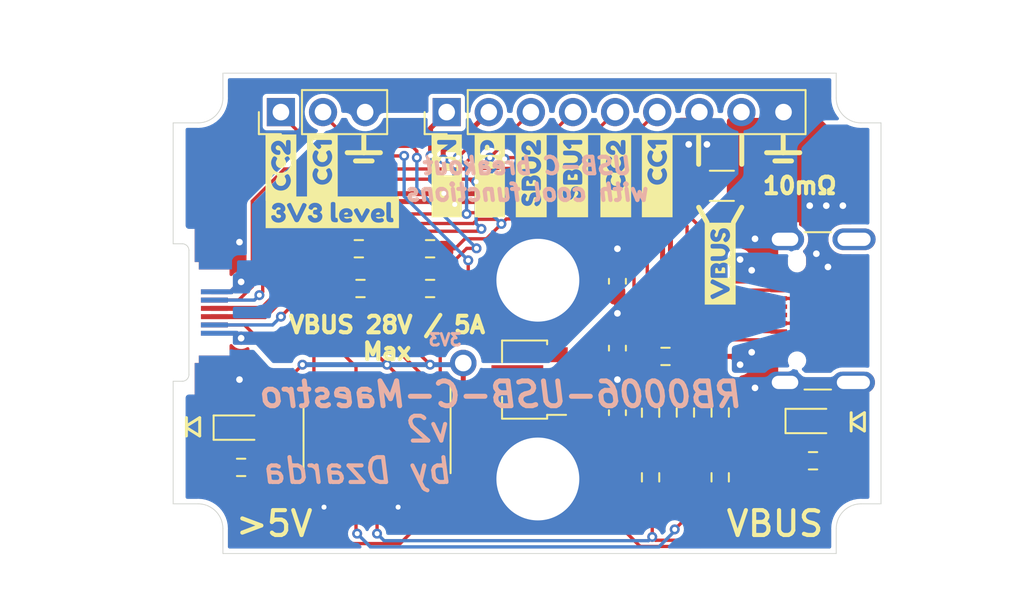
<source format=kicad_pcb>
(kicad_pcb (version 20211014) (generator pcbnew)
  (layers (0 "F.Cu" signal) (31 "B.Cu" signal) (34 "B.Paste" user) (35 "F.Paste" user) (36 "B.SilkS" user "B.Silkscreen") (37 "F.SilkS" user "F.Silkscreen") (38 "B.Mask" user) (39 "F.Mask" user) (44 "Edge.Cuts" user))
  (net 0 "")
  (net 1 "GND")
  (net 2 "VBUS")
  (net 3 "+3V3")
  (net 4 "Net-(D1-Pad2)")
  (net 5 "/VBUS1")
  (net 6 "/VBUS2")
  (net 7 "/CC1")
  (net 8 "/CC2")
  (net 9 "Net-(J2-Pad1)")
  (net 10 "/SBU2")
  (net 11 "/SBU1")
  (net 12 "/CC2_")
  (net 13 "/VREF")
  (net 14 "Net-(R7-Pad1)")
  (net 15 "/D-")
  (net 16 "/D+")
  (net 17 "/HV_")
  (net 18 "/HV")
  (net 19 "Net-(R8-Pad1)")
  (net 20 "Net-(J2-Pad2)")
  (net 21 "/CC1_")
  (footprint "proj_footprints:HIROSE_CX60-24S-UNIT" (layer "F.Cu") (at 28.3 31.2 -90)
    (fp_text reference "P1" hide)
    (fp_text value "USB_C_Plug")
  )
  (footprint "Connector_PinHeader_2.54mm:PinHeader_1x03_P2.54mm_Vertical" (layer "F.Cu") (at 32.5 19.1 90)
    (fp_text reference "J2" hide)
    (fp_text value "Conn_01x03_Male")
  )
  (footprint "Capacitor_SMD:C_0603_1608Metric_Pad1.08x0.95mm_HandSolder" (layer "F.Cu") (at 52.8 37.25 -90)
    (fp_text reference "C3" hide)
    (fp_text value "100n")
  )
  (footprint "Connector_PinHeader_2.54mm:PinHeader_1x09_P2.54mm_Vertical" (layer "F.Cu") (at 42.5 19.1 90)
    (fp_text reference "J3" hide)
    (fp_text value "Conn_01x09_Male")
  )
  (footprint "LED_SMD:LED_0603_1608Metric_Pad1.05x0.95mm_HandSolder" (layer "F.Cu") (at 30.1 38.15)
    (fp_text reference "D2" hide)
    (fp_text value "LED")
  )
  (footprint "Resistor_SMD:R_0603_1608Metric_Pad0.98x0.95mm_HandSolder" (layer "F.Cu") (at 30.1 40.55)
    (fp_text reference "R12" hide)
    (fp_text value "2k")
  )
  (footprint "Resistor_SMD:R_0603_1608Metric_Pad0.98x0.95mm_HandSolder" (layer "F.Cu") (at 64.6 40.15)
    (fp_text reference "R1" hide)
    (fp_text value "2k")
  )
  (footprint "Resistor_SMD:R_0603_1608Metric_Pad0.98x0.95mm_HandSolder" (layer "F.Cu") (at 41.5 27.35 180)
    (fp_text reference "R5" hide)
    (fp_text value "2k")
  )
  (footprint "Resistor_SMD:R_0603_1608Metric_Pad0.98x0.95mm_HandSolder" (layer "F.Cu") (at 37.2 27.35 180)
    (fp_text reference "R6" hide)
    (fp_text value "2k")
  )
  (footprint "LED_SMD:LED_0603_1608Metric_Pad1.05x0.95mm_HandSolder" (layer "F.Cu") (at 64.6 37.75)
    (fp_text reference "D1" hide)
    (fp_text value "LED")
  )
  (footprint "Package_TO_SOT_SMD:SOT-89-3" (layer "F.Cu") (at 47.5 35.25 180)
    (fp_text reference "U1" hide)
    (fp_text value "MCP1804x-3302xMB")
  )
  (footprint "Capacitor_SMD:C_0603_1608Metric_Pad1.08x0.95mm_HandSolder" (layer "F.Cu") (at 52.8 33.35 90)
    (fp_text reference "C1" hide)
    (fp_text value "100n")
  )
  (footprint "Resistor_SMD:R_0603_1608Metric_Pad0.98x0.95mm_HandSolder" (layer "F.Cu") (at 37.3 29.75 180)
    (fp_text reference "R10" hide)
    (fp_text value "2k")
  )
  (footprint "Resistor_SMD:R_0603_1608Metric_Pad0.98x0.95mm_HandSolder" (layer "F.Cu") (at 41.5 29.75 180)
    (fp_text reference "R11" hide)
    (fp_text value "2k")
  )
  (footprint "Capacitor_SMD:C_0603_1608Metric_Pad1.08x0.95mm_HandSolder" (layer "F.Cu") (at 52.8 29.3125 -90)
    (fp_text reference "C2" hide)
    (fp_text value "100n")
  )
  (footprint "Resistor_SMD:R_0603_1608Metric_Pad0.98x0.95mm_HandSolder" (layer "F.Cu") (at 59 41.15 -90)
    (fp_text reference "R4" hide)
    (fp_text value "2k")
  )
  (footprint "Resistor_SMD:R_0603_1608Metric_Pad0.98x0.95mm_HandSolder" (layer "F.Cu") (at 54.8 41.15 90)
    (fp_text reference "R3" hide)
    (fp_text value "20k")
  )
  (footprint "Resistor_SMD:R_0603_1608Metric_Pad0.98x0.95mm_HandSolder" (layer "F.Cu") (at 59 37.2375 90)
    (fp_text reference "R9" hide)
    (fp_text value "2k")
  )
  (footprint "Resistor_SMD:R_0603_1608Metric_Pad0.98x0.95mm_HandSolder" (layer "F.Cu") (at 54.8 37.25 90)
    (fp_text reference "R7" hide)
    (fp_text value "20k")
  )
  (footprint "Resistor_SMD:R_0603_1608Metric_Pad0.98x0.95mm_HandSolder" (layer "F.Cu") (at 56.9 37.2375 -90)
    (fp_text reference "R8" hide)
    (fp_text value "2k")
  )
  (footprint "proj_footprints:USB_C_Receptable_JAE_DX07S016JA1" (layer "F.Cu") (at 63.635 31.1 90)
    (fp_text reference "J1" hide)
    (fp_text value "USB_C_Receptacle")
  )
  (footprint "Package_SO:SOIC-14_3.9x8.7mm_P1.27mm" (layer "F.Cu") (at 38.3 38.95 -90)
    (fp_text reference "U2" hide)
    (fp_text value "LM339")
  )
  (footprint "Resistor_SMD:R_0603_1608Metric_Pad0.98x0.95mm_HandSolder" (layer "F.Cu") (at 55.7 33.85)
    (fp_text reference "FB1" hide)
    (fp_text value "FerriteBead_Small")
  )
  (footprint "kibuzzard-64C4FA01" (layer "F.Cu") (at 45.1 22.95 90)
    (fp_text reference "kibuzzard-64C4FA01" hide)
    (fp_text value "G***" hide)
  )
  (footprint "banana:banana" (layer "F.Cu") (at 48 41.25)
    (fp_text reference "J5" hide)
    (fp_text value "Conn_01x01_Female")
  )
  (footprint "kibuzzard-6327537E" (layer "F.Cu") (at 32.5 22.45 90)
    (fp_text reference "kibuzzard-6327537E" hide)
    (fp_text value "G***" hide)
  )
  (footprint "kikit:Tab" (layer "F.Cu") (at 23.5 23.25)
    (fp_text reference "T2" hide)
    (fp_text value "Tab")
  )
  (footprint "kibuzzard-63275010" (layer "F.Cu") (at 35.6 25.15)
    (fp_text reference "kibuzzard-63275010" hide)
    (fp_text value "G***" hide)
  )
  (footprint "kikit:Tab" (layer "F.Cu") (at 71 39.25 180)
    (fp_text reference "T4" hide)
    (fp_text value "Tab")
  )
  (footprint "kibuzzard-64C4FA2B" (layer "F.Cu") (at 55.2 22.95 90)
    (fp_text reference "kibuzzard-64C4FA2B" hide)
    (fp_text value "G***" hide)
  )
  (footprint "kikit:Tab" (layer "F.Cu") (at 23.5 39.25)
    (fp_text reference "T1" hide)
    (fp_text value "Tab")
  )
  (footprint "kibuzzard-63275773" (layer "F.Cu") (at 59 28.25 90)
    (fp_text reference "kibuzzard-63275773" hide)
    (fp_text value "G***" hide)
  )
  (footprint "kibuzzard-63275379" (layer "F.Cu") (at 35 22.45 90)
    (fp_text reference "kibuzzard-63275379" hide)
    (fp_text value "G***" hide)
  )
  (footprint "kikit:Tab" (layer "F.Cu") (at 71 23.25 180)
    (fp_text reference "T3" hide)
    (fp_text value "Tab")
  )
  (footprint "kibuzzard-64C4F9F7" (layer "F.Cu") (at 42.5 22.95 90)
    (fp_text reference "kibuzzard-64C4F9F7" hide)
    (fp_text value "G***" hide)
  )
  (footprint "kibuzzard-64C4FA09" (layer "F.Cu") (at 47.6 22.95 90)
    (fp_text reference "kibuzzard-64C4FA09" hide)
    (fp_text value "G***" hide)
  )
  (footprint "Resistor_SMD:R_1206_3216Metric_Pad1.30x1.75mm_HandSolder" (layer "F.Cu") (at 59.1 23.55)
    (fp_text reference "R2" hide)
    (fp_text value "10m")
  )
  (footprint "banana:banana" (layer "F.Cu") (at 48 29.25)
    (fp_text reference "J4" hide)
    (fp_text value "Conn_01x01_Female")
  )
  (footprint "kibuzzard-64C4FA25" (layer "F.Cu") (at 52.7 22.95 90)
    (fp_text reference "kibuzzard-64C4FA25" hide)
    (fp_text value "G***" hide)
  )
  (footprint "kibuzzard-64C4FA1B" (layer "F.Cu") (at 50.1 22.95 90)
    (fp_text reference "kibuzzard-64C4FA1B" hide)
    (fp_text value "G***" hide)
  )
  (gr_line (start 38 22.05) (end 37 22.05) (layer "F.SilkS") (width 0.3))
  (gr_line (start 27.6 38.65) (end 26.8 38.15) (layer "F.SilkS") (width 0.18))
  (gr_line (start 66.9 37.25) (end 66.9 38.35) (layer "F.SilkS") (width 0.18))
  (gr_line (start 67.7 38.35) (end 66.9 37.85) (layer "F.SilkS") (width 0.18))
  (gr_line (start 66.9 37.75) (end 67.7 37.25) (layer "F.SilkS") (width 0.18))
  (gr_line (start 67.7 37.25) (end 67.7 38.35) (layer "F.SilkS") (width 0.18))
  (gr_line (start 62.8 21.55) (end 63.8 21.55) (layer "F.SilkS") (width 0.3))
  (gr_line (start 63.3 22.05) (end 62.3 22.05) (layer "F.SilkS") (width 0.3))
  (gr_line (start 62.8 20.55) (end 62.8 21.55) (layer "F.SilkS") (width 0.3))
  (gr_line (start 62.8 21.55) (end 61.8 21.55) (layer "F.SilkS") (width 0.3))
  (gr_line (start 60.3 22.25) (end 60.3 20.55) (layer "F.SilkS") (width 0.3))
  (gr_line (start 58.2 25.75) (end 57.7 24.85) (layer "F.SilkS") (width 0.3))
  (gr_line (start 59.8 25.75) (end 60.3 24.85) (layer "F.SilkS") (width 0.3))
  (gr_line (start 37.5 21.55) (end 36.5 21.55) (layer "F.SilkS") (width 0.3))
  (gr_line (start 37.5 20.55) (end 37.5 21.55) (layer "F.SilkS") (width 0.3))
  (gr_line (start 27.6 37.55) (end 27.6 38.65) (layer "F.SilkS") (width 0.18))
  (gr_line (start 26.8 38.05) (end 27.6 37.55) (layer "F.SilkS") (width 0.18))
  (gr_line (start 26.8 37.55) (end 26.8 38.65) (layer "F.SilkS") (width 0.18))
  (gr_line (start 37.5 21.55) (end 38.5 21.55) (layer "F.SilkS") (width 0.3))
  (gr_line (start 57.7 22.25) (end 57.7 20.55) (layer "F.SilkS") (width 0.3))
  (gr_line (start 29 16.75) (end 66 16.75) (layer "Edge.Cuts") (width 0.05))
  (gr_line (start 26.55 35.35) (end 26 35.35) (layer "Edge.Cuts") (width 0.05))
  (gr_line (start 26 35.35) (end 26 42.75) (layer "Edge.Cuts") (width 0.05))
  (gr_arc (start 26.95 34.95) (mid 26.832843 35.232843) (end 26.55 35.35) (layer "Edge.Cuts") (width 0.05))
  (gr_line (start 26 27.05) (end 26.55 27.05) (layer "Edge.Cuts") (width 0.05))
  (gr_line (start 67.5 19.75) (end 68.7 19.75) (layer "Edge.Cuts") (width 0.05))
  (gr_arc (start 26.55 27.05) (mid 26.832843 27.167157) (end 26.95 27.45) (layer "Edge.Cuts") (width 0.05))
  (gr_line (start 27.5 42.75) (end 26 42.75) (layer "Edge.Cuts") (width 0.05))
  (gr_line (start 66 44.25) (end 66 45.75) (layer "Edge.Cuts") (width 0.05))
  (gr_line (start 66 18.25) (end 66 16.75) (layer "Edge.Cuts") (width 0.05))
  (gr_line (start 68.7 19.75) (end 68.7 42.75) (layer "Edge.Cuts") (width 0.05))
  (gr_arc (start 27.5 42.75) (mid 28.56066 43.18934) (end 29 44.25) (layer "Edge.Cuts") (width 0.05))
  (gr_arc (start 67.5 19.75) (mid 66.43934 19.31066) (end 66 18.25) (layer "Edge.Cuts") (width 0.05))
  (gr_arc (start 66 44.25) (mid 66.43934 43.18934) (end 67.5 42.75) (layer "Edge.Cuts") (width 0.05))
  (gr_line (start 26 19.75) (end 26 27.05) (layer "Edge.Cuts") (width 0.05))
  (gr_line (start 29 18.25) (end 29 16.75) (layer "Edge.Cuts") (width 0.05))
  (gr_line (start 26.95 27.45) (end 26.95 34.95) (layer "Edge.Cuts") (width 0.05))
  (gr_line (start 67.5 42.75) (end 68.7 42.75) (layer "Edge.Cuts") (width 0.05))
  (gr_line (start 29 44.25) (end 29 45.75) (layer "Edge.Cuts") (width 0.05))
  (gr_arc (start 29 18.25) (mid 28.56066 19.31066) (end 27.5 19.75) (layer "Edge.Cuts") (width 0.05))
  (gr_line (start 27.5 19.75) (end 26 19.75) (layer "Edge.Cuts") (width 0.05))
  (gr_line (start 66 45.75) (end 29 45.75) (layer "Edge.Cuts") (width 0.05))
  (gr_text "RB0006-USB-C-Maestro" (at 45.8 36.15) (layer "B.SilkS") (effects (font (size 1.5 1.5) (thickness 0.3) italic) (justify mirror)))
  (gr_text "v2" (at 42.9 38.25) (layer "B.SilkS") (effects (font (size 1.5 1.5) (thickness 0.25) italic) (justify left mirror)))
  (gr_text "by Dzarda" (at 43 40.75) (layer "B.SilkS") (effects (font (size 1.5 1.5) (thickness 0.25) italic) (justify left mirror)))
  (gr_text "3V3" (at 42.4 32.85) (layer "B.SilkS") (effects (font (size 0.7 0.7) (thickness 0.175)) (justify mirror)))
  (gr_text "USB-C breakout\nwith cool functions" (at 47.4 23.15) (layer "B.SilkS") (effects (font (size 1 1) (thickness 0.25) italic) (justify mirror)))
  (gr_text "VBUS" (at 62.3 43.95) (layer "F.SilkS") (effects (font (size 1.5 1.5) (thickness 0.25))))
  (gr_text ">5V" (at 32.1 43.95) (layer "F.SilkS") (effects (font (size 1.5 1.5) (thickness 0.25))))
  (gr_text "VBUS 28V / 5A\nMax" (at 38.9 32.75) (layer "F.SilkS") (effects (font (size 1 1) (thickness 0.25))))
  (gr_text "10mΩ" (at 63.8 23.55) (layer "F.SilkS") (effects (font (size 1 1) (thickness 0.25))))
  (segment (start 39.57 40.18) (end 39.57 41.425) (width 0.2) (layer "F.Cu") (net 1))
  (segment (start 61.1 36.25) (end 61.1 35.75) (width 0.2) (layer "F.Cu") (net 1))
  (segment (start 52.8 34.2125) (end 52.8 35.25) (width 0.3) (layer "F.Cu") (net 1))
  (segment (start 35.76 41.425) (end 35.76 42.59) (width 0.175) (layer "F.Cu") (net 1))
  (segment (start 63.5 37.75) (end 62.4 37.75) (width 0.2) (layer "F.Cu") (net 1))
  (segment (start 35.4 42.95) (end 35.1 42.95) (width 0.175) (layer "F.Cu") (net 1))
  (segment (start 39.57 41.425) (end 39.57 42.95) (width 0.3) (layer "F.Cu") (net 1))
  (segment (start 62.4 37.75) (end 61.1 36.45) (width 0.2) (layer "F.Cu") (net 1))
  (segment (start 42.11 40.16) (end 41.77501 39.82501) (width 0.2) (layer "F.Cu") (net 1))
  (segment (start 59.4 38.15) (end 61.1 36.45) (width 0.2) (layer "F.Cu") (net 1))
  (segment (start 52.8 36.3875) (end 52.8 35.25) (width 0.3) (layer "F.Cu") (net 1))
  (segment (start 52.8 30.175) (end 52.8 31.25) (width 0.4) (layer "F.Cu") (net 1))
  (segment (start 34.49 42.54) (end 34.9 42.95) (width 0.175) (layer "F.Cu") (net 1))
  (segment (start 34.9 42.95) (end 35.1 42.95) (width 0.175) (layer "F.Cu") (net 1))
  (segment (start 34.49 41.425) (end 34.49 42.54) (width 0.175) (layer "F.Cu") (net 1))
  (segment (start 42.11 41.425) (end 42.11 40.16) (width 0.2) (layer "F.Cu") (net 1))
  (segment (start 59 38.15) (end 59 40.2375) (width 0.2) (layer "F.Cu") (net 1))
  (segment (start 49.0625 35.25) (end 52.8 35.25) (width 0.3) (layer "F.Cu") (net 1))
  (segment (start 39.92499 39.82501) (end 39.57 40.18) (width 0.2) (layer "F.Cu") (net 1))
  (segment (start 59 38.15) (end 59.4 38.15) (width 0.2) (layer "F.Cu") (net 1))
  (segment (start 61.1 36.45) (end 61.1 36.25) (width 0.2) (layer "F.Cu") (net 1))
  (segment (start 41.77501 39.82501) (end 39.92499 39.82501) (width 0.2) (layer "F.Cu") (net 1))
  (segment (start 35.76 42.59) (end 35.4 42.95) (width 0.175) (layer "F.Cu") (net 1))
  (via (at 61.1 26.75) (size 0.8) (drill 0.4) (layers "F.Cu" "B.Cu") (net 1))
  (via (at 52.8 31.25) (size 0.8) (drill 0.4) (layers "F.Cu" "B.Cu") (net 1))
  (via (at 35.1 42.95) (size 0.6) (drill 0.3) (layers "F.Cu" "B.Cu") (net 1))
  (via (at 30 35.25) (size 0.8) (drill 0.4) (layers "F.Cu" "B.Cu") (net 1))
  (via (at 61.1 35.75) (size 0.8) (drill 0.4) (layers "F.Cu" "B.Cu") (net 1))
  (via (at 39.57 42.95) (size 0.6) (drill 0.3) (layers "F.Cu" "B.Cu") (net 1))
  (via (at 52.8 35.25) (size 0.8) (drill 0.4) (layers "F.Cu" "B.Cu") (net 1))
  (via (at 30 26.95) (size 0.8) (drill 0.4) (layers "F.Cu" "B.Cu") (net 1))
  (segment (start 28.5 28.446982) (end 29.350958 28.446982) (width 0.2) (layer "B.Cu") (net 1))
  (segment (start 54.7875 33.2375) (end 54.0375 32.4875) (width 0.3) (layer "F.Cu") (net 2))
  (segment (start 51.9625 32.4875) (end 52.8 32.4875) (width 0.3) (layer "F.Cu") (net 2))
  (segment (start 49.15 33.75) (end 50.7 33.75) (width 0.3) (layer "F.Cu") (net 2))
  (segment (start 50.7 33.75) (end 51.9625 32.4875) (width 0.3) (layer "F.Cu") (net 2))
  (segment (start 54.8 33.8625) (end 54.7875 33.85) (width 0.2) (layer "F.Cu") (net 2))
  (segment (start 54.8 36.3375) (end 54.8 33.8625) (width 0.2) (layer "F.Cu") (net 2))
  (segment (start 54.0375 32.4875) (end 52.8 32.4875) (width 0.3) (layer "F.Cu") (net 2))
  (segment (start 54.7875 33.85) (end 54.7875 33.2375) (width 0.3) (layer "F.Cu") (net 2))
  (segment (start 36.3875 29.75) (end 36.3875 31.8375) (width 0.2) (layer "F.Cu") (net 3))
  (segment (start 39.57 36.475) (end 39.57 35.02) (width 0.2) (layer "F.Cu") (net 3))
  (segment (start 44.8 36.75) (end 43.5 35.45) (width 0.3) (layer "F.Cu") (net 3))
  (segment (start 54.1745 45.3245) (end 57.8255 45.3245) (width 0.2) (layer "F.Cu") (net 3))
  (segment (start 36.3875 31.8375) (end 38.9 34.35) (width 0.2) (layer "F.Cu") (net 3))
  (segment (start 57.8255 45.3245) (end 63 40.15) (width 0.2) (layer "F.Cu") (net 3))
  (segment (start 52.8 43.95) (end 54.1745 45.3245) (width 0.2) (layer "F.Cu") (net 3))
  (segment (start 50.7 36.75) (end 52.0625 38.1125) (width 0.3) (layer "F.Cu") (net 3))
  (segment (start 30.975 37.175) (end 33.8 34.35) (width 0.2) (layer "F.Cu") (net 3))
  (segment (start 30.975 38.15) (end 30.975 37.175) (width 0.2) (layer "F.Cu") (net 3))
  (segment (start 49.15 36.75) (end 50.7 36.75) (width 0.3) (layer "F.Cu") (net 3))
  (segment (start 52.8 39.25) (end 52.8 38.1125) (width 0.2) (layer "F.Cu") (net 3))
  (segment (start 39.57 35.02) (end 38.9 34.35) (width 0.2) (layer "F.Cu") (net 3))
  (segment (start 52.0625 38.1125) (end 52.8 38.1125) (width 0.3) (layer "F.Cu") (net 3))
  (segment (start 54.8 40.2375) (end 53.7875 40.2375) (width 0.2) (layer "F.Cu") (net 3))
  (segment (start 49.15 36.75) (end 44.8 36.75) (width 0.3) (layer "F.Cu") (net 3))
  (segment (start 53.7875 40.2375) (end 52.8 39.25) (width 0.2) (layer "F.Cu") (net 3))
  (segment (start 40.5875 33.4375) (end 41.5 34.35) (width 0.2) (layer "F.Cu") (net 3))
  (segment (start 43.5 35.45) (end 43.5 34.25) (width 0.3) (layer "F.Cu") (net 3))
  (segment (start 52.8 38.1125) (end 52.8 43.95) (width 0.2) (layer "F.Cu") (net 3))
  (segment (start 63 40.15) (end 63.6875 40.15) (width 0.2) (layer "F.Cu") (net 3))
  (segment (start 40.5875 29.75) (end 40.5875 33.4375) (width 0.2) (layer "F.Cu") (net 3))
  (via (at 41.5 34.35) (size 0.6) (drill 0.3) (layers "F.Cu" "B.Cu") (net 3))
  (via (at 33.8 34.35) (size 0.6) (drill 0.3) (layers "F.Cu" "B.Cu") (net 3))
  (via (at 43.5 34.25) (size 1.6) (drill 1) (layers "F.Cu" "B.Cu") (net 3))
  (via (at 38.9 34.35) (size 0.6) (drill 0.3) (layers "F.Cu" "B.Cu") (net 3))
  (segment (start 41.5 34.35) (end 43.4 34.35) (width 0.3) (layer "B.Cu") (net 3))
  (segment (start 38.9 34.35) (end 41.5 34.35) (width 0.3) (layer "B.Cu") (net 3))
  (segment (start 43.4 34.35) (end 43.5 34.25) (width 0.3) (layer "B.Cu") (net 3))
  (segment (start 33.8 34.35) (end 38.9 34.35) (width 0.3) (layer "B.Cu") (net 3))
  (segment (start 65.5125 37.7875) (end 65.475 37.75) (width 0.2) (layer "F.Cu") (net 4))
  (segment (start 65.5125 40.15) (end 65.5125 37.7875) (width 0.2) (layer "F.Cu") (net 4))
  (segment (start 59.7 33.85) (end 60.2 34.35) (width 0.3) (layer "F.Cu") (net 5))
  (segment (start 56.6125 33.85) (end 59.7 33.85) (width 0.3) (layer "F.Cu") (net 5))
  (segment (start 60.9 28.65) (end 60.85 28.65) (width 0.8) (layer "F.Cu") (net 5))
  (segment (start 60.85 28.65) (end 60.2 28) (width 0.8) (layer "F.Cu") (net 5))
  (segment (start 60.2 34.3) (end 60.2 34.35) (width 0.8) (layer "F.Cu") (net 5))
  (segment (start 63.470051 29.05) (end 64.3 29.05) (width 0.3) (layer "F.Cu") (net 5))
  (segment (start 61 28.75) (end 60.9 28.65) (width 0.5) (layer "F.Cu") (net 5))
  (segment (start 62.535 28.75) (end 61 28.75) (width 0.5) (layer "F.Cu") (net 5))
  (segment (start 62.535 33.45) (end 61.1 33.45) (width 0.5) (layer "F.Cu") (net 5))
  (segment (start 63.2 33.45) (end 63.6 33.05) (width 0.3) (layer "F.Cu") (net 5))
  (segment (start 63.6 33.05) (end 64.3 33.05) (width 0.3) (layer "F.Cu") (net 5))
  (segment (start 63.170051 28.75) (end 63.470051 29.05) (width 0.3) (layer "F.Cu") (net 5))
  (segment (start 62.535 28.75) (end 63.170051 28.75) (width 0.3) (layer "F.Cu") (net 5))
  (segment (start 62.535 33.45) (end 63.2 33.45) (width 0.3) (layer "F.Cu") (net 5))
  (segment (start 61.1 33.45) (end 60.2 34.35) (width 0.5) (layer "F.Cu") (net 5))
  (segment (start 60.9 33.6) (end 60.2 34.3) (width 0.8) (layer "F.Cu") (net 5))
  (via (at 65.5 28.45) (size 0.8) (drill 0.4) (layers "F.Cu" "B.Cu") (net 5))
  (via (at 66.4 24.75) (size 0.8) (drill 0.4) (layers "F.Cu" "B.Cu") (net 5))
  (via (at 65.4 24.75) (size 0.8) (drill 0.4) (layers "F.Cu" "B.Cu") (net 5))
  (via (at 64.4 24.75) (size 0.8) (drill 0.4) (layers "F.Cu" "B.Cu") (net 5))
  (via (at 60.2 34.35) (size 0.8) (drill 0.4) (layers "F.Cu" "B.Cu") (net 5))
  (via (at 64.8 27.65) (size 0.8) (drill 0.4) (layers "F.Cu" "B.Cu") (net 5))
  (via (at 60.9 33.6) (size 0.8) (drill 0.4) (layers "F.Cu" "B.Cu") (net 5))
  (via (at 60.9 28.65) (size 0.8) (drill 0.4) (layers "F.Cu" "B.Cu") (net 5))
  (via (at 60.2 28) (size 0.8) (drill 0.4) (layers "F.Cu" "B.Cu") (net 5))
  (segment (start 29.5 29.95) (end 30.1 29.35) (width 0.3) (layer "F.Cu") (net 6))
  (segment (start 28.3 29.95) (end 29.5 29.95) (width 0.3) (layer "F.Cu") (net 6))
  (segment (start 52.8 28.45) (end 52.8 27.35) (width 0.4) (layer "F.Cu") (net 6))
  (segment (start 28.3 32.45) (end 29.8 32.45) (width 0.3) (layer "F.Cu") (net 6))
  (segment (start 29.8 32.45) (end 30.1 32.75) (width 0.3) (layer "F.Cu") (net 6))
  (via (at 57.1 21.05) (size 0.8) (drill 0.4) (layers "F.Cu" "B.Cu") (net 6))
  (via (at 58.2 21.05) (size 0.8) (drill 0.4) (layers "F.Cu" "B.Cu") (net 6))
  (via (at 30.1 29.35) (size 0.8) (drill 0.4) (layers "F.Cu" "B.Cu") (net 6))
  (via (at 30.1 32.75) (size 0.8) (drill 0.4) (layers "F.Cu" "B.Cu") (net 6))
  (via (at 52.8 27.35) (size 0.8) (drill 0.4) (layers "F.Cu" "B.Cu") (net 6))
  (segment (start 29.8 32.45) (end 30.1 32.75) (width 0.3) (layer "B.Cu") (net 6))
  (segment (start 28.3 29.95) (end 29.5 29.95) (width 0.3) (layer "B.Cu") (net 6))
  (segment (start 28.3 32.45) (end 29.8 32.45) (width 0.3) (layer "B.Cu") (net 6))
  (segment (start 29.5 29.95) (end 30.1 29.35) (width 0.3) (layer "B.Cu") (net 6))
  (segment (start 43.6 26.75) (end 44.9 26.75) (width 0.2) (layer "F.Cu") (net 7))
  (segment (start 52.299976 25.55) (end 53.8 27.050024) (width 0.2) (layer "F.Cu") (net 7))
  (segment (start 43 27.35) (end 43.6 26.75) (width 0.2) (layer "F.Cu") (net 7))
  (segment (start 28.3 31.95) (end 30.3 31.95) (width 0.2) (layer "F.Cu") (net 7))
  (segment (start 30.3 31.95) (end 30.9 32.55) (width 0.2) (layer "F.Cu") (net 7))
  (segment (start 53.8 30.45) (end 56.2 32.85) (width 0.2) (layer "F.Cu") (net 7))
  (segment (start 45.524858 25.574858) (end 45.8 25.85) (width 0.2) (layer "F.Cu") (net 7))
  (segment (start 55.18 19.1) (end 55.2 19.1) (width 0.2) (layer "F.Cu") (net 7))
  (segment (start 44.357061 25.574858) (end 45.524858 25.574858) (width 0.2) (layer "F.Cu") (net 7))
  (segment (start 53.8 27.050024) (end 53.8 30.45) (width 0.2) (layer "F.Cu") (net 7))
  (segment (start 30.9 32.55) (end 32.6 32.55) (width 0.2) (layer "F.Cu") (net 7))
  (segment (start 56.2 32.85) (end 62.535 32.85) (width 0.2) (layer "F.Cu") (net 7))
  (segment (start 32.6 32.55) (end 33.9 31.25) (width 0.2) (layer "F.Cu") (net 7))
  (segment (start 34.774999 25.825001) (end 44.106918 25.825001) (width 0.2) (layer "F.Cu") (net 7))
  (segment (start 46.0755 21.85) (end 52.43 21.85) (width 0.2) (layer "F.Cu") (net 7))
  (segment (start 44.9 26.75) (end 46.1 25.55) (width 0.2) (layer "F.Cu") (net 7))
  (segment (start 46 21.9255) (end 46.0755 21.85) (width 0.2) (layer "F.Cu") (net 7))
  (segment (start 44.106918 25.825001) (end 44.357061 25.574858) (width 0.2) (layer "F.Cu") (net 7))
  (segment (start 33.9 26.7) (end 34.774999 25.825001) (width 0.2) (layer "F.Cu") (net 7))
  (segment (start 46.1 25.55) (end 52.299976 25.55) (width 0.2) (layer "F.Cu") (net 7))
  (segment (start 33.9 31.25) (end 33.9 26.7) (width 0.2) (layer "F.Cu") (net 7))
  (segment (start 52.43 21.85) (end 55.18 19.1) (width 0.2) (layer "F.Cu") (net 7))
  (segment (start 42.4125 27.35) (end 43 27.35) (width 0.2) (layer "F.Cu") (net 7))
  (via (at 45.8 25.85) (size 0.6) (drill 0.3) (layers "F.Cu" "B.Cu") (net 7))
  (via (at 46 21.9255) (size 0.6) (drill 0.3) (layers "F.Cu" "B.Cu") (net 7))
  (segment (start 46 21.9255) (end 44.9 23.0255) (width 0.2) (layer "B.Cu") (net 7))
  (segment (start 44.9 24.95) (end 45.8 25.85) (width 0.2) (layer "B.Cu") (net 7))
  (segment (start 44.9 23.0255) (end 44.9 24.95) (width 0.2) (layer "B.Cu") (net 7))
  (segment (start 47.1 23.15) (end 54.15 23.15) (width 0.2) (layer "F.Cu") (net 8))
  (segment (start 57 29.1) (end 57.75 29.85) (width 0.2) (layer "F.Cu") (net 8))
  (segment (start 44.05 23.3) (end 44.27499 23.3) (width 0.2) (layer "F.Cu") (net 8))
  (segment (start 43.9 23.15) (end 44.05 23.3) (width 0.2) (layer "F.Cu") (net 8))
  (segment (start 44.450979 26.293406) (end 44.595027 26.149358) (width 0.2) (layer "F.Cu") (net 8))
  (segment (start 57 26) (end 57 29.1) (width 0.2) (layer "F.Cu") (net 8))
  (segment (start 45.7 21.25) (end 45.1 21.85) (width 0.2) (layer "F.Cu") (net 8))
  (segment (start 39.856594 26.293406) (end 44.450979 26.293406) (width 0.2) (layer "F.Cu") (net 8))
  (segment (start 59.1 29.85) (end 58.95 29.85) (width 0.2) (layer "F.Cu") (net 8))
  (segment (start 54.15 23.15) (end 57 26) (width 0.2) (layer "F.Cu") (net 8))
  (segment (start 47.1 23.15) (end 33.1 23.15) (width 0.2) (layer "F.Cu") (net 8))
  (segment (start 52.66 19.1) (end 50.51 21.25) (width 0.2) (layer "F.Cu") (net 8))
  (segment (start 31.4 29.95) (end 31.2 30.15) (width 0.2) (layer "F.Cu") (net 8))
  (segment (start 50.51 21.25) (end 45.7 21.25) (width 0.2) (layer "F.Cu") (net 8))
  (segment (start 38.8 27.35) (end 39.856594 26.293406) (width 0.2) (layer "F.Cu") (net 8))
  (segment (start 38.1125 27.35) (end 38.8 27.35) (width 0.2) (layer "F.Cu") (net 8))
  (segment (start 57.75 29.85) (end 59.1 29.85) (width 0.2) (layer "F.Cu") (net 8))
  (segment (start 62.535 29.85) (end 59.1 29.85) (width 0.2) (layer "F.Cu") (net 8))
  (segment (start 33.1 23.15) (end 31.4 24.85) (width 0.2) (layer "F.Cu") (net 8))
  (segment (start 31.4 24.85) (end 31.4 29.95) (width 0.2) (layer "F.Cu") (net 8))
  (via (at 31.2 30.15) (size 0.6) (drill 0.3) (layers "F.Cu" "B.Cu") (net 8))
  (via (at 44.27499 23.3) (size 0.6) (drill 0.3) (layers "F.Cu" "B.Cu") (net 8))
  (via (at 45.1 21.85) (size 0.6) (drill 0.3) (layers "F.Cu" "B.Cu") (net 8))
  (via (at 44.595027 26.149358) (size 0.6) (drill 0.3) (layers "F.Cu" "B.Cu") (net 8))
  (segment (start 28.3 30.45) (end 30.9 30.45) (width 0.2) (layer "B.Cu") (net 8))
  (segment (start 30.9 30.45) (end 31.2 30.15) (width 0.2) (layer "B.Cu") (net 8))
  (segment (start 44.27499 23.3) (end 44.27499 25.829321) (width 0.2) (layer "B.Cu") (net 8))
  (segment (start 44.27499 23.3) (end 44.275001 23.300011) (width 0.2) (layer "B.Cu") (net 8))
  (segment (start 44.27499 22.67501) (end 45.1 21.85) (width 0.2) (layer "B.Cu") (net 8))
  (segment (start 44.27499 25.829321) (end 44.595027 26.149358) (width 0.2) (layer "B.Cu") (net 8))
  (segment (start 44.27499 23.3) (end 44.27499 22.67501) (width 0.2) (layer "B.Cu") (net 8))
  (segment (start 43.2 29.75) (end 43.8 29.15) (width 0.2) (layer "F.Cu") (net 9))
  (segment (start 32.42 19.15) (end 35.01706 21.74706) (width 0.2) (layer "F.Cu") (net 9))
  (segment (start 35.01706 21.74706) (end 39.924388 21.74706) (width 0.2) (layer "F.Cu") (net 9))
  (segment (start 42.4125 29.75) (end 42.11 30.0525) (width 0.2) (layer "F.Cu") (net 9))
  (segment (start 43.8 29.15) (end 43.8 28.05) (width 0.2) (layer "F.Cu") (net 9))
  (segment (start 42.4125 29.75) (end 43.2 29.75) (width 0.2) (layer "F.Cu") (net 9))
  (segment (start 39.924388 21.74706) (end 39.933671 21.737777) (width 0.2) (layer "F.Cu") (net 9))
  (segment (start 42.11 30.0525) (end 42.11 36.475) (width 0.2) (layer "F.Cu") (net 9))
  (via (at 39.933671 21.737777) (size 0.6) (drill 0.3) (layers "F.Cu" "B.Cu") (net 9))
  (via (at 43.8 28.05) (size 0.6) (drill 0.3) (layers "F.Cu" "B.Cu") (net 9))
  (segment (start 39.933671 21.737777) (end 39.933671 24.183671) (width 0.2) (layer "B.Cu") (net 9))
  (segment (start 39.933671 24.183671) (end 43.8 28.05) (width 0.2) (layer "B.Cu") (net 9))
  (segment (start 44.516012 20.499978) (end 46.180022 20.499978) (width 0.2) (layer "F.Cu") (net 10))
  (segment (start 52.962498 25.174998) (end 43.774982 25.174998) (width 0.2) (layer "F.Cu") (net 10))
  (segment (start 43.69998 25.25) (end 34.5 25.25) (width 0.2) (layer "F.Cu") (net 10))
  (segment (start 46.180022 20.499978) (end 47.58 19.1) (width 0.2) (layer "F.Cu") (net 10))
  (segment (start 43.175474 21.840516) (end 44.516012 20.499978) (width 0.2) (layer "F.Cu") (net 10))
  (segment (start 62.535 32.35) (end 56.6 32.35) (width 0.2) (layer "F.Cu") (net 10))
  (segment (start 56.6 32.35) (end 54.6 30.35) (width 0.2) (layer "F.Cu") (net 10))
  (segment (start 43.69998 25.29998) (end 43.69998 25.25) (width 0.2) (layer "F.Cu") (net 10))
  (segment (start 43.8 25.4) (end 43.69998 25.29998) (width 0.2) (layer "F.Cu") (net 10))
  (segment (start 54.6 30.35) (end 54.6 26.8125) (width 0.2) (layer "F.Cu") (net 10))
  (segment (start 54.6 26.8125) (end 52.962498 25.174998) (width 0.2) (layer "F.Cu") (net 10))
  (segment (start 34.5 25.25) (end 33.33306 26.41694) (width 0.2) (layer "F.Cu") (net 10))
  (segment (start 33.33306 30.61694) (end 32.5 31.45) (width 0.2) (layer "F.Cu") (net 10))
  (segment (start 33.33306 26.41694) (end 33.33306 30.61694) (width 0.2) (layer "F.Cu") (net 10))
  (segment (start 43.774982 25.174998) (end 43.69998 25.25) (width 0.2) (layer "F.Cu") (net 10))
  (via (at 32.5 31.45) (size 0.6) (drill 0.3) (layers "F.Cu" "B.Cu") (net 10))
  (via (at 43.69998 25.25) (size 0.6) (drill 0.3) (layers "F.Cu" "B.Cu") (net 10))
  (via (at 43.175474 21.840516) (size 0.6) (drill 0.3) (layers "F.Cu" "B.Cu") (net 10))
  (segment (start 28.3 31.95) (end 32 31.95) (width 0.2) (layer "B.Cu") (net 10))
  (segment (start 32 31.95) (end 32.5 31.45) (width 0.2) (layer "B.Cu") (net 10))
  (segment (start 43.175474 21.840516) (end 43.69998 22.365022) (width 0.2) (layer "B.Cu") (net 10))
  (segment (start 43.69998 22.365022) (end 43.69998 25.25) (width 0.2) (layer "B.Cu") (net 10))
  (segment (start 62.535 29.35) (end 58.15 29.35) (width 0.2) (layer "F.Cu") (net 11))
  (segment (start 43.616002 22.533998) (end 32.716002 22.533998) (width 0.2) (layer "F.Cu") (net 11))
  (segment (start 30.7745 29.629388) (end 29.953888 30.45) (width 0.2) (layer "F.Cu") (net 11))
  (segment (start 43.65 22.5) (end 43.616002 22.533998) (width 0.2) (layer "F.Cu") (net 11))
  (segment (start 50.12 19.1) (end 48.345011 20.874989) (width 0.2) (layer "F.Cu") (net 11))
  (segment (start 44.939372 20.874989) (end 43.65 22.164361) (width 0.2) (layer "F.Cu") (net 11))
  (segment (start 54.25 22.5) (end 43.65 22.5) (width 0.2) (layer "F.Cu") (net 11))
  (segment (start 48.345011 20.874989) (end 44.939372 20.874989) (width 0.2) (layer "F.Cu") (net 11))
  (segment (start 29.953888 30.45) (end 28.3 30.45) (width 0.2) (layer "F.Cu") (net 11))
  (segment (start 57.6 28.8) (end 57.6 25.85) (width 0.2) (layer "F.Cu") (net 11))
  (segment (start 30.7745 24.4755) (end 30.7745 29.629388) (width 0.2) (layer "F.Cu") (net 11))
  (segment (start 32.716002 22.533998) (end 30.7745 24.4755) (width 0.2) (layer "F.Cu") (net 11))
  (segment (start 43.65 22.164361) (end 43.65 22.5) (width 0.2) (layer "F.Cu") (net 11))
  (segment (start 57.6 25.85) (end 54.25 22.5) (width 0.2) (layer "F.Cu") (net 11))
  (segment (start 58.15 29.35) (end 57.6 28.8) (width 0.2) (layer "F.Cu") (net 11))
  (segment (start 35 27.35) (end 34.49 27.86) (width 0.2) (layer "F.Cu") (net 12))
  (segment (start 34.49 27.86) (end 34.49 36.475) (width 0.2) (layer "F.Cu") (net 12))
  (segment (start 36.2875 27.35) (end 35 27.35) (width 0.2) (layer "F.Cu") (net 12))
  (segment (start 38.3 41.425) (end 38.3 44.55) (width 0.2) (layer "F.Cu") (net 13))
  (segment (start 54.8 42.0625) (end 54.9 42.1625) (width 0.2) (layer "F.Cu") (net 13))
  (segment (start 38.3 38.85) (end 38.3 41.425) (width 0.2) (layer "F.Cu") (net 13))
  (segment (start 36.4 38.85) (end 38.3 38.85) (width 0.2) (layer "F.Cu") (net 13))
  (segment (start 38.3 36.475) (end 38.3 38.85) (width 0.2) (layer "F.Cu") (net 13))
  (segment (start 59 43.05) (end 57.1 44.95) (width 0.2) (layer "F.Cu") (net 13))
  (segment (start 57.1 44.95) (end 55.1 44.95) (width 0.2) (layer "F.Cu") (net 13))
  (segment (start 35.76 38.21) (end 36.4 38.85) (width 0.2) (layer "F.Cu") (net 13))
  (segment (start 54.9 42.1625) (end 54.9 44.75) (width 0.2) (layer "F.Cu") (net 13))
  (segment (start 35.76 36.475) (end 35.76 38.21) (width 0.2) (layer "F.Cu") (net 13))
  (segment (start 59 42.0625) (end 59 43.05) (width 0.2) (layer "F.Cu") (net 13))
  (segment (start 55.1 44.95) (end 54.9 44.75) (width 0.2) (layer "F.Cu") (net 13))
  (via (at 38.3 44.55) (size 0.6) (drill 0.3) (layers "F.Cu" "B.Cu") (net 13))
  (via (at 54.9 44.75) (size 0.6) (drill 0.3) (layers "F.Cu" "B.Cu") (net 13))
  (segment (start 38.3 44.55) (end 38.725499 44.975499) (width 0.2) (layer "B.Cu") (net 13))
  (segment (start 38.725499 44.975499) (end 54.674501 44.975499) (width 0.2) (layer "B.Cu") (net 13))
  (segment (start 54.674501 44.975499) (end 54.9 44.75) (width 0.2) (layer "B.Cu") (net 13))
  (segment (start 56.9 43.65) (end 56.25638 44.29362) (width 0.2) (layer "F.Cu") (net 14))
  (segment (start 56.9 38.15) (end 56.9 43.65) (width 0.2) (layer "F.Cu") (net 14))
  (segment (start 56.9 38.15) (end 56.8875 38.1625) (width 0.2) (layer "F.Cu") (net 14))
  (segment (start 37.03 41.425) (end 37.03 44.48) (width 0.2) (layer "F.Cu") (net 14))
  (segment (start 37.03 44.48) (end 37.1 44.55) (width 0.2) (layer "F.Cu") (net 14))
  (segment (start 56.8875 38.1625) (end 54.8 38.1625) (width 0.2) (layer "F.Cu") (net 14))
  (via (at 56.25638 44.29362) (size 0.6) (drill 0.3) (layers "F.Cu" "B.Cu") (net 14))
  (via (at 37.1 44.55) (size 0.6) (drill 0.3) (layers "F.Cu" "B.Cu") (net 14))
  (segment (start 37.1 44.55) (end 37.9 45.35) (width 0.2) (layer "B.Cu") (net 14))
  (segment (start 56.25638 44.39362) (end 56.25638 44.29362) (width 0.2) (layer "B.Cu") (net 14))
  (segment (start 37.9 45.35) (end 55.3 45.35) (width 0.2) (layer "B.Cu") (net 14))
  (segment (start 55.3 45.35) (end 56.25638 44.39362) (width 0.2) (layer "B.Cu") (net 14))
  (segment (start 57.15 30.55) (end 61.35 30.55) (width 0.3) (layer "F.Cu") (net 15))
  (segment (start 63.4 31.669022) (end 63.4 30.530978) (width 0.2) (layer "F.Cu") (net 15))
  (segment (start 42.35 24.15) (end 42.35 24.033898) (width 0.3) (layer "F.Cu") (net 15))
  (segment (start 32.124989 30.189135) (end 32.124989 25.539135) (width 0.3) (layer "F.Cu") (net 15))
  (segment (start 63.219022 30.35) (end 61.55 30.35) (width 0.2) (layer "F.Cu") (net 15))
  (segment (start 33.639135 24.024989) (end 53.860865 24.024989) (width 0.3) (layer "F.Cu") (net 15))
  (segment (start 62.535 31.85) (end 63.219022 31.85) (width 0.2) (layer "F.Cu") (net 15))
  (segment (start 56 26.164124) (end 56 29.4) (width 0.3) (layer "F.Cu") (net 15))
  (segment (start 63.4 30.530978) (end 63.219022 30.35) (width 0.2) (layer "F.Cu") (net 15))
  (segment (start 42.35 24.033898) (end 42.325709 24.009607) (width 0.3) (layer "F.Cu") (net 15))
  (segment (start 53.860865 24.024989) (end 56 26.164124) (width 0.3) (layer "F.Cu") (net 15))
  (segment (start 56 29.4) (end 57.15 30.55) (width 0.3) (layer "F.Cu") (net 15))
  (segment (start 63.219022 31.85) (end 63.4 31.669022) (width 0.2) (layer "F.Cu") (net 15))
  (segment (start 42.5 19.1) (end 41.528037 20.071963) (width 0.3) (layer "F.Cu") (net 15))
  (segment (start 32.124989 25.539135) (end 33.639135 24.024989) (width 0.3) (layer "F.Cu") (net 15))
  (segment (start 61.35 30.55) (end 61.55 30.35) (width 0.3) (layer "F.Cu") (net 15))
  (segment (start 31.364124 30.95) (end 32.124989 30.189135) (width 0.3) (layer "F.Cu") (net 15))
  (segment (start 41.528037 20.071963) (end 41.528037 21.723479) (width 0.3) (layer "F.Cu") (net 15))
  (segment (start 28.3 30.95) (end 31.364124 30.95) (width 0.3) (layer "F.Cu") (net 15))
  (via (at 41.528037 21.723479) (size 0.6) (drill 0.3) (layers "F.Cu" "B.Cu") (net 15))
  (via (at 42.325709 24.009607) (size 0.6) (drill 0.3) (layers "F.Cu" "B.Cu") (net 15))
  (segment (start 42.325709 24.009607) (end 41.528037 23.211935) (width 0.3) (layer "B.Cu") (net 15))
  (segment (start 41.528037 23.211935) (end 41.528037 21.723479) (width 0.3) (layer "B.Cu") (net 15))
  (segment (start 42.85 24.65) (end 42.960536 24.65) (width 0.3) (layer "F.Cu") (net 16))
  (segment (start 43.024982 24.5) (end 53.66411 24.5) (width 0.3) (layer "F.Cu") (net 16))
  (segment (start 53.66411 24.5) (end 55.524989 26.360879) (width 0.3) (layer "F.Cu") (net 16))
  (segment (start 61.7 31.35) (end 61.5 31.15) (width 0.2) (layer "F.Cu") (net 16))
  (segment (start 31.535876 31.45) (end 32.6 30.385876) (width 0.3) (layer "F.Cu") (net 16))
  (segment (start 61.5 31.15) (end 61.5 31.05) (width 0.2) (layer "F.Cu") (net 16))
  (segment (start 42.049997 24.6589) (end 42.866082 24.6589) (width 0.3) (layer "F.Cu") (net 16))
  (segment (start 61.7 30.85) (end 61.5 31.05) (width 0.2) (layer "F.Cu") (net 16))
  (segment (start 62.535 31.35) (end 61.7 31.35) (width 0.2) (layer "F.Cu") (net 16))
  (segment (start 55.524989 29.596755) (end 56.978234 31.05) (width 0.3) (layer "F.Cu") (net 16))
  (segment (start 42.290502 21.459498) (end 42.290502 21.959498) (width 0.3) (layer "F.Cu") (net 16))
  (segment (start 42.866082 24.6589) (end 43.024982 24.5) (width 0.3) (layer "F.Cu") (net 16))
  (segment (start 43.64 20.5) (end 43.25 20.5) (width 0.3) (layer "F.Cu") (net 16))
  (segment (start 42.960536 24.65) (end 42.985526 24.67499) (width 0.3) (layer "F.Cu") (net 16))
  (segment (start 62.535 30.85) (end 61.7 30.85) (width 0.2) (layer "F.Cu") (net 16))
  (segment (start 28.3 31.45) (end 31.535876 31.45) (width 0.3) (layer "F.Cu") (net 16))
  (segment (start 45.04 19.1) (end 43.64 20.5) (width 0.3) (layer "F.Cu") (net 16))
  (segment (start 33.83589 24.5) (end 41.891097 24.5) (width 0.3) (layer "F.Cu") (net 16))
  (segment (start 56.978234 31.05) (end 61.5 31.05) (width 0.3) (layer "F.Cu") (net 16))
  (segment (start 41.891097 24.5) (end 42.049997 24.6589) (width 0.3) (layer "F.Cu") (net 16))
  (segment (start 43.25 20.5) (end 42.290502 21.459498) (width 0.3) (layer "F.Cu") (net 16))
  (segment (start 32.6 25.73589) (end 33.83589 24.5) (width 0.3) (layer "F.Cu") (net 16))
  (segment (start 32.6 30.385876) (end 32.6 25.73589) (width 0.3) (layer "F.Cu") (net 16))
  (segment (start 55.524989 26.360879) (end 55.524989 29.596755) (width 0.3) (layer "F.Cu") (net 16))
  (via (at 42.290502 21.959498) (size 0.6) (drill 0.3) (layers "F.Cu" "B.Cu") (net 16))
  (via (at 42.985526 24.67499) (size 0.6) (drill 0.3) (layers "F.Cu" "B.Cu") (net 16))
  (segment (start 42.985526 24.67499) (end 42.985526 22.654522) (width 0.3) (layer "B.Cu") (net 16))
  (segment (start 42.985526 22.654522) (end 42.290502 21.959498) (width 0.3) (layer "B.Cu") (net 16))
  (segment (start 29.1875 40.55) (end 29.1875 38.3375) (width 0.2) (layer "F.Cu") (net 17))
  (segment (start 39.6875 45.15) (end 33.8375 45.15) (width 0.2) (layer "F.Cu") (net 18))
  (segment (start 31.0125 42.325) (end 31.0125 40.55) (width 0.2) (layer "F.Cu") (net 18))
  (segment (start 33.8375 45.15) (end 31.0125 42.325) (width 0.2) (layer "F.Cu") (net 18))
  (segment (start 40.84 43.9975) (end 39.6875 45.15) (width 0.2) (layer "F.Cu") (net 18))
  (segment (start 40.84 41.425) (end 40.84 43.9975) (width 0.2) (layer "F.Cu") (net 18))
  (segment (start 59 36.325) (end 56.9 36.325) (width 0.2) (layer "F.Cu") (net 19))
  (segment (start 42.387534 28.65) (end 43.710884 27.32665) (width 0.2) (layer "F.Cu") (net 20))
  (segment (start 38.8 29.75) (end 39.9 28.65) (width 0.2) (layer "F.Cu") (net 20))
  (segment (start 43.710884 27.32665) (end 44.3 27.32665) (width 0.2) (layer "F.Cu") (net 20))
  (segment (start 34.96 19.15) (end 36.973277 21.163277) (width 0.2) (layer "F.Cu") (net 20))
  (segment (start 38.2125 32.1625) (end 40.84 34.79) (width 0.2) (layer "F.Cu") (net 20))
  (segment (start 40.7 21.45) (end 40.7 21.85) (width 0.2) (layer "F.Cu") (net 20))
  (segment (start 40.84 34.79) (end 40.84 36.475) (width 0.2) (layer "F.Cu") (net 20))
  (segment (start 40.413277 21.163277) (end 40.7 21.45) (width 0.2) (layer "F.Cu") (net 20))
  (segment (start 38.2125 29.75) (end 38.8 29.75) (width 0.2) (layer "F.Cu") (net 20))
  (segment (start 36.973277 21.163277) (end 40.413277 21.163277) (width 0.2) (layer "F.Cu") (net 20))
  (segment (start 38.2125 29.75) (end 38.2125 32.1625) (width 0.2) (layer "F.Cu") (net 20))
  (segment (start 39.9 28.65) (end 42.387534 28.65) (width 0.2) (layer "F.Cu") (net 20))
  (via (at 44.3 27.32665) (size 0.6) (drill 0.3) (layers "F.Cu" "B.Cu") (net 20))
  (via (at 40.7 21.85) (size 0.6) (drill 0.3) (layers "F.Cu" "B.Cu") (net 20))
  (segment (start 40.7 21.85) (end 40.7 23.72665) (width 0.2) (layer "B.Cu") (net 20))
  (segment (start 40.7 23.72665) (end 44.3 27.32665) (width 0.2) (layer "B.Cu") (net 20))
  (segment (start 35.1 28.95) (end 35.1 32.55) (width 0.2) (layer "F.Cu") (net 21))
  (segment (start 35.5 28.55) (end 35.1 28.95) (width 0.2) (layer "F.Cu") (net 21))
  (segment (start 40.5875 27.35) (end 40 27.35) (width 0.2) (layer "F.Cu") (net 21))
  (segment (start 37.03 34.48) (end 37.03 36.475) (width 0.2) (layer "F.Cu") (net 21))
  (segment (start 38.8 28.55) (end 35.5 28.55) (width 0.2) (layer "F.Cu") (net 21))
  (segment (start 35.1 32.55) (end 37.03 34.48) (width 0.2) (layer "F.Cu") (net 21))
  (segment (start 40 27.35) (end 38.8 28.55) (width 0.2) (layer "F.Cu") (net 21))
  (zone (net 6) (net_name "/VBUS2") (layer "F.Cu") (connect_pads yes (clearance 0.3)) (min_thickness 0.2) (fill yes (thermal_gap 0.508) (thermal_bridge_width 0.508) (smoothing fillet) (radius 0.2))
    (polygon (pts (xy 58.599677 24.454179) (xy 56.390725 24.483448) (xy 56.399004 19.443192) (xy 58.607956 19.439643)))
  )
  (zone (net 1) (net_name "GND") (layer "F.Cu") (connect_pads yes (clearance 0.25)) (min_thickness 0.2) (fill yes (thermal_gap 0.508) (thermal_bridge_width 0.508))
    (polygon (pts (xy 30.6 36.45) (xy 29.4 36.45) (xy 29.4 25.95) (xy 30.6 25.95)))
  )
  (zone (net 5) (net_name "/VBUS1") (layer "F.Cu") (connect_pads yes (clearance 0.25)) (min_thickness 0.2) (fill yes (thermal_gap 0.508) (thermal_bridge_width 0.508) (smoothing fillet) (radius 0.2))
    (polygon (pts (xy 67 33.45) (xy 63.75 33.45) (xy 63.75 25.75) (xy 59.4 25.75) (xy 59.4 19.45) (xy 65 19.45) (xy 67 21.45)))
  )
  (zone (net 1) (net_name "GND") (layer "F.Cu") (connect_pads yes (clearance 0.25)) (min_thickness 0.2) (fill yes (thermal_gap 0.508) (thermal_bridge_width 0.508) (smoothing fillet) (radius 0.2))
    (polygon (pts (xy 62.5 36.35) (xy 60.1 36.35) (xy 60.1 35.15) (xy 61.3 33.95) (xy 62.5 33.95)))
  )
  (zone (net 1) (net_name "GND") (layer "F.Cu") (priority 1) (connect_pads yes (clearance 0.25)) (min_thickness 0.2) (fill yes (thermal_gap 0.508) (thermal_bridge_width 0.508) (smoothing fillet) (radius 0.2))
    (polygon (pts (xy 62.5 28.35) (xy 61.3 28.35) (xy 60.1 27.15) (xy 60.1 25.95) (xy 62.5 25.95)))
  )
  (zone (net 6) (net_name "/VBUS2") (layer "B.Cu") (priority 1) (connect_pads yes (clearance 0.3)) (min_thickness 0.2) (fill yes (thermal_gap 0.508) (thermal_bridge_width 0.508))
    (polygon (pts (xy 60.1 20.25) (xy 60.1 22.85) (xy 48.7 34.25) (xy 32 34.25) (xy 31 33.15) (xy 29.6 33.15) (xy 29.6 28.05) (xy 30.75 28.05) (xy 30.75 24.65) (xy 36 19.45) (xy 59.100288 19.4625)))
  )
  (zone (net 5) (net_name "/VBUS1") (layer "B.Cu") (priority 1) (connect_pads (clearance 0.25)) (min_thickness 0.2) (fill yes (thermal_gap 0.508) (thermal_bridge_width 0.508) (smoothing fillet) (radius 0.2))
    (polygon (pts (xy 68 34.842425) (xy 59.7 34.842425) (xy 59.7 33.242425) (xy 63.2 32.242425) (xy 63.2 30.042425) (xy 59.7 29.242425) (xy 59.7 27.592425) (xy 63.9 27.571213) (xy 63.9 21.25) (xy 65.3 19.85) (xy 68 19.85)))
  )
  (zone (net 1) (net_name "GND") (layer "B.Cu") (connect_pads yes (clearance 0.25)) (min_thickness 0.2) (fill yes (thermal_gap 0.508) (thermal_bridge_width 0.508) (smoothing fillet) (radius 0.2))
    (polygon (pts (xy 68 45.75) (xy 26.75 45.75) (xy 26.75 36.15) (xy 29.4 36.15) (xy 29.4 34.45) (xy 29.4 26.15) (xy 26.75 26.15) (xy 26.75 16.75) (xy 68 16.75)))
  )
)
</source>
